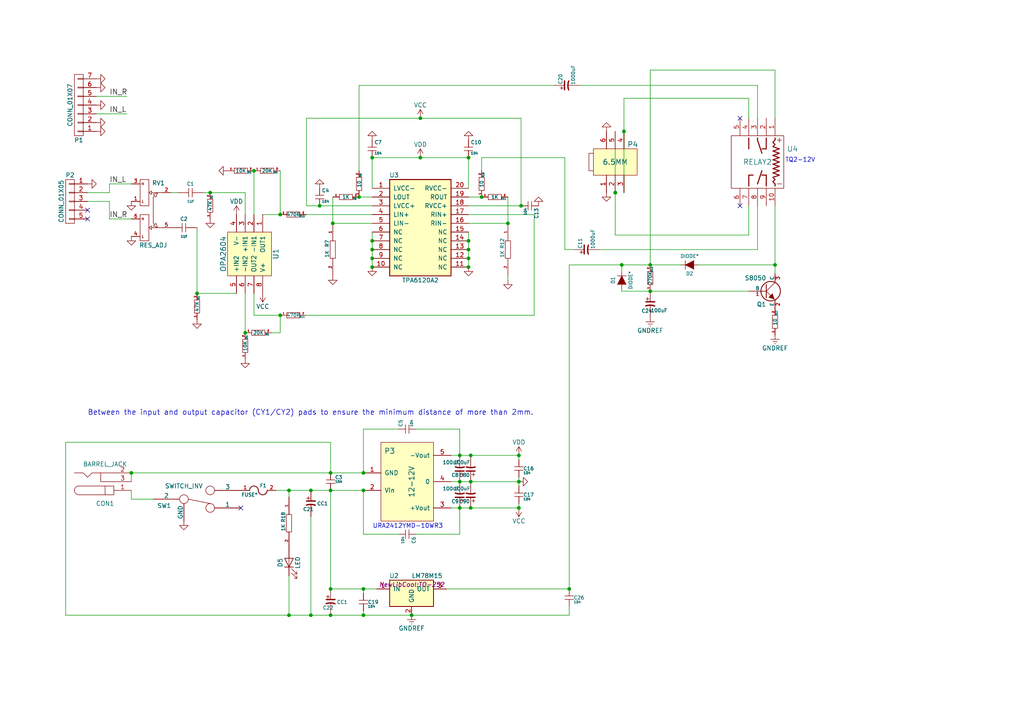
<source format=kicad_sch>
(kicad_sch (version 20211123) (generator eeschema)
  (paper "A4")
  (lib_symbols
    (symbol "Hifi-rescue:BARREL_JACK" (pin_names (offset 1.016))
      (property "Reference" "J" (at 0 4.953 0))
      (property "Value" "Hifi-rescue_BARREL_JACK" (at 0 -3.937 0))
      (symbol "BARREL_JACK_0_1"
        (arc (start -8.89 2.54) (mid -8.5309 1.6291) (end -7.62 1.27))
        (arc (start -7.62 3.81) (mid -8.5127 3.4327) (end -8.89 2.54))
        (polyline (pts (xy -7.62 1.27) (xy 0 1.27)))
        (polyline (pts (xy 0 3.81) (xy -7.62 3.81)))
        (polyline (pts (xy 2.54 0) (xy -1.27 0) (xy -1.27 -2.54)))
        (polyline (pts (xy 2.54 -2.54) (xy -3.81 -2.54) (xy -5.08 -1.27) (xy -6.35 -2.54) (xy -8.89 -2.54)))
        (rectangle (start 2.54 3.81) (end 0 1.27))
      )
      (symbol "BARREL_JACK_1_1"
        (pin passive line (at 7.62 2.54 180) (length 5.08) (name "~") (number "1"))
        (pin passive line (at 7.62 -2.54 180) (length 5.08) (name "~") (number "2"))
        (pin passive line (at 7.62 0 180) (length 5.08) (name "~") (number "3"))
      )
    )
    (symbol "Hifi-rescue:CONN_01X05" (pin_names (offset 1.016) hide)
      (property "Reference" "J" (at 0 7.62 0))
      (property "Value" "Hifi-rescue_CONN_01X05" (at 2.54 0 90))
      (symbol "CONN_01X05_0_1"
        (rectangle (start -1.27 -4.953) (end 0.254 -5.207))
        (rectangle (start -1.27 -2.413) (end 0.254 -2.667))
        (rectangle (start -1.27 0.127) (end 0.254 -0.127))
        (rectangle (start -1.27 2.667) (end 0.254 2.413))
        (rectangle (start -1.27 5.207) (end 0.254 4.953))
        (rectangle (start -1.27 6.35) (end 1.27 -6.35))
      )
      (symbol "CONN_01X05_1_1"
        (pin passive line (at -5.08 5.08 0) (length 3.81) (name "P1") (number "1"))
        (pin passive line (at -5.08 2.54 0) (length 3.81) (name "P2") (number "2"))
        (pin passive line (at -5.08 0 0) (length 3.81) (name "P3") (number "3"))
        (pin passive line (at -5.08 -2.54 0) (length 3.81) (name "P4") (number "4"))
        (pin passive line (at -5.08 -5.08 0) (length 3.81) (name "P5") (number "5"))
      )
    )
    (symbol "Hifi-rescue:CONN_01X07" (pin_names (offset 1.016) hide)
      (property "Reference" "J" (at 0 10.16 0))
      (property "Value" "Hifi-rescue_CONN_01X07" (at 2.54 0 90))
      (symbol "CONN_01X07_0_1"
        (rectangle (start -1.27 -8.89) (end 1.27 8.89))
        (rectangle (start -1.27 -7.493) (end 0.254 -7.747))
        (rectangle (start -1.27 -4.953) (end 0.254 -5.207))
        (rectangle (start -1.27 -2.413) (end 0.254 -2.667))
        (rectangle (start -1.27 0.127) (end 0.254 -0.127))
        (rectangle (start -1.27 2.667) (end 0.254 2.413))
        (rectangle (start -1.27 5.207) (end 0.254 4.953))
        (rectangle (start -1.27 7.747) (end 0.254 7.493))
      )
      (symbol "CONN_01X07_1_1"
        (pin passive line (at -5.08 7.62 0) (length 3.81) (name "P1") (number "1"))
        (pin passive line (at -5.08 5.08 0) (length 3.81) (name "P2") (number "2"))
        (pin passive line (at -5.08 2.54 0) (length 3.81) (name "P3") (number "3"))
        (pin passive line (at -5.08 0 0) (length 3.81) (name "P4") (number "4"))
        (pin passive line (at -5.08 -2.54 0) (length 3.81) (name "P5") (number "5"))
        (pin passive line (at -5.08 -5.08 0) (length 3.81) (name "P6") (number "6"))
        (pin passive line (at -5.08 -7.62 0) (length 3.81) (name "P7") (number "7"))
      )
    )
    (symbol "Hifi-rescue:LM78M05CT" (pin_names (offset 1.016))
      (property "Reference" "U" (at -5.08 5.08 0))
      (property "Value" "Hifi-rescue_LM78M05CT" (at 0 5.08 0))
      (symbol "LM78M05CT_0_1"
        (rectangle (start -6.35 3.81) (end 6.35 -3.81) (stroke (width 0.254)) (fill (type background)))
      )
      (symbol "LM78M05CT_1_1"
        (pin input line (at -10.16 1.27 0) (length 3.81) (name "IN") (number "1"))
        (pin power_in line (at 0 -6.35 90) (length 2.54) (name "GND") (number "2"))
        (pin power_out line (at 10.16 1.27 180) (length 3.81) (name "OUT") (number "3"))
      )
    )
    (symbol "Hifi-rescue:SWITCH_INV" (pin_numbers hide) (pin_names (offset 0))
      (property "Reference" "SW" (at -5.08 3.81 0))
      (property "Value" "Hifi-rescue_SWITCH_INV" (at -3.81 -3.81 0))
      (symbol "SWITCH_INV_0_0"
        (circle (center -3.81 0) (radius 1.27))
        (circle (center 3.81 -2.54) (radius 1.27))
      )
      (symbol "SWITCH_INV_0_1"
        (polyline (pts (xy -2.54 0) (xy 3.81 1.27)))
        (circle (center 3.81 2.54) (radius 1.27))
      )
      (symbol "SWITCH_INV_1_1"
        (pin input line (at -3.81 6.35 270) (length 5.08) (name "GND") (number "0"))
        (pin passive line (at 12.7 2.54 180) (length 7.62) (name "1") (number "1"))
        (pin passive line (at -12.7 0 0) (length 7.62) (name "2") (number "2"))
        (pin passive line (at 12.7 -2.54 180) (length 7.62) (name "3") (number "3"))
      )
    )
    (symbol "LibCool:12-12V" (pin_names (offset 1.016))
      (property "Reference" "P" (at -5.08 12.7 0))
      (property "Value" "LibCool_12-12V" (at 0 -12.7 0))
      (symbol "12-12V_0_1"
        (rectangle (start -7.62 -11.43) (end 7.62 11.43) (fill (type background)))
      )
      (symbol "12-12V_1_1"
        (pin output line (at -12.7 2.54 0) (length 5.08) (name "GND") (number "1"))
        (pin input line (at -12.7 -2.54 0) (length 5.08) (name "Vin") (number "2"))
        (pin input line (at 12.7 -7.62 180) (length 5.08) (name "+Vout") (number "3"))
        (pin input line (at 12.7 0 180) (length 5.08) (name "0") (number "4"))
        (pin input line (at 12.7 7.62 180) (length 5.08) (name "-Vout") (number "5"))
      )
    )
    (symbol "LibCool:6.5MM" (pin_names (offset 1.016))
      (property "Reference" "P4" (at -5.08 -5.08 0))
      (property "Value" "6.5MM" (at 0 0 0))
      (symbol "6.5MM_0_1"
        (rectangle (start -6.35 -3.81) (end 6.35 3.81) (fill (type background)))
        (polyline (pts (xy 6.35 2.54) (xy 7.62 2.54) (xy 7.62 -2.54) (xy 6.35 -2.54)))
      )
      (symbol "6.5MM_1_1"
        (pin input line (at 2.54 8.89 270) (length 5.08) (name "~") (number "1"))
        (pin input line (at 0 8.89 270) (length 5.08) (name "~") (number "2"))
        (pin input line (at -2.54 8.89 270) (length 5.08) (name "~") (number "3"))
        (pin input line (at -2.54 -8.89 90) (length 5.08) (name "~") (number "4"))
        (pin input line (at 0 -8.89 90) (length 5.08) (name "~") (number "5"))
        (pin input line (at 2.54 -8.89 90) (length 5.08) (name "~") (number "6"))
      )
    )
    (symbol "LibCool:C(M)" (pin_numbers hide) (pin_names (offset 0.254))
      (property "Reference" "C" (at -2.667 0.889 0))
      (property "Value" "LibCool_C(M)" (at 0.762 0.889 0))
      (symbol "C(M)_0_1"
        (polyline (pts (xy -0.508 1.27) (xy -0.508 -1.27)))
        (polyline (pts (xy 0.508 1.27) (xy 0.508 -1.27)))
      )
      (symbol "C(M)_1_1"
        (pin passive line (at -3.81 0 0) (length 3.302) (name "~") (number "1"))
        (pin passive line (at 3.81 0 180) (length 3.302) (name "~") (number "2"))
      )
    )
    (symbol "LibCool:C(MM)" (pin_numbers hide) (pin_names (offset 0.254))
      (property "Reference" "C" (at -1.27 2.54 0))
      (property "Value" "LibCool_C(MM)" (at -2.54 -2.54 0))
      (symbol "C(MM)_0_1"
        (polyline (pts (xy -0.508 1.27) (xy -0.508 -1.27)))
        (polyline (pts (xy 0.508 1.27) (xy 0.508 -1.27)))
      )
      (symbol "C(MM)_1_1"
        (pin passive line (at -2.54 0 0) (length 2.032) (name "~") (number "1"))
        (pin passive line (at 2.54 0 180) (length 2.032) (name "~") (number "2"))
      )
    )
    (symbol "LibCool:CC1" (pin_numbers hide) (pin_names (offset 0.254) hide)
      (property "Reference" "C" (at 0.254 1.905 0))
      (property "Value" "LibCool_CC1" (at 0.127 -1.778 0))
      (symbol "CC1_0_0"
        (text "+" (at -0.762 1.651 0) (effects (font (size 1.27 1.27))))
      )
      (symbol "CC1_0_1"
        (polyline (pts (xy -1.2446 0.7366) (xy 1.2954 0.7366) (xy 1.2954 0.7366)) (stroke (width 0.381)))
        (arc (start 1.27 -0.4826) (mid -0.0106 -0.2575) (end -1.2954 -0.4572) (stroke (width 0.381)))
      )
      (symbol "CC1_1_1"
        (pin passive line (at 0 3.81 270) (length 3.048) (name "~") (number "1"))
        (pin passive line (at 0 -3.81 90) (length 3.556) (name "~") (number "2"))
      )
    )
    (symbol "LibCool:DIODE*" (pin_numbers hide) (pin_names (offset 1.016) hide)
      (property "Reference" "D" (at 0 2.54 0))
      (property "Value" "LibCool_DIODE*" (at 0 -2.54 0))
      (symbol "DIODE*_0_1"
        (polyline (pts (xy 1.27 1.27) (xy 1.27 -1.27)) (stroke (width 0.1524)))
        (polyline (pts (xy -1.27 1.27) (xy 1.27 0) (xy -1.27 -1.27)) (fill (type outline)))
      )
      (symbol "DIODE*_1_1"
        (pin passive line (at -2.54 0 0) (length 1.27) (name "A") (number "1"))
        (pin passive line (at 2.54 0 180) (length 1.27) (name "K") (number "2"))
      )
    )
    (symbol "LibCool:FUSE*" (pin_names (offset 0.254))
      (property "Reference" "F" (at 2.54 1.27 0))
      (property "Value" "LibCool_FUSE*" (at -2.54 -1.27 0))
      (symbol "FUSE*_0_1"
        (arc (start 0 0) (mid -1.27 1.27) (end -2.54 0) (stroke (width 0.254)))
        (arc (start 0 0) (mid 1.27 -1.27) (end 2.54 0) (stroke (width 0.254)))
      )
      (symbol "FUSE*_1_1"
        (pin input line (at -5.08 0 0) (length 2.54) (name "~") (number "1"))
        (pin input line (at 5.08 0 180) (length 2.54) (name "~") (number "2"))
      )
    )
    (symbol "LibCool:NPN(new)" (pin_names (offset 0))
      (property "Reference" "Q" (at 0 -3.81 0))
      (property "Value" "LibCool_NPN(new)" (at 0 3.81 0))
      (symbol "NPN(new)_0_1"
        (polyline (pts (xy 0 0) (xy 2.54 2.54)))
        (polyline (pts (xy 0 1.905) (xy 0 -1.905) (xy 0 -1.905)) (stroke (width 0.254)))
        (polyline (pts (xy 1.27 -1.27) (xy 0 0) (xy 0 0)))
        (polyline (pts (xy 2.286 -2.286) (xy 2.54 -2.54) (xy 2.54 -2.54)))
        (polyline (pts (xy 2.286 -2.286) (xy 1.778 -0.762) (xy 0.762 -1.778) (xy 2.286 -2.286) (xy 2.286 -2.286)) (fill (type outline)))
        (circle (center 1.27 0) (radius 2.8194) (stroke (width 0.254)))
      )
      (symbol "NPN(new)_1_1"
        (pin input line (at -5.08 0 0) (length 5.08) (name "B") (number "1"))
        (pin passive line (at 2.54 -5.08 90) (length 2.54) (name "E") (number "2"))
        (pin passive line (at 2.54 5.08 270) (length 2.54) (name "C") (number "3"))
      )
    )
    (symbol "LibCool:OPA2604" (pin_names (offset 1.016))
      (property "Reference" "U" (at 0 7.62 0))
      (property "Value" "LibCool_OPA2604" (at 0 -7.62 0))
      (symbol "OPA2604_0_1"
        (rectangle (start -6.35 6.35) (end 6.35 -6.35) (fill (type background)))
      )
      (symbol "OPA2604_1_1"
        (pin output line (at -11.43 3.81 0) (length 5.08) (name "OUT1") (number "1"))
        (pin input line (at -11.43 1.27 0) (length 5.08) (name "-IN1") (number "2"))
        (pin input line (at -11.43 -1.27 0) (length 5.08) (name "+IN1") (number "3"))
        (pin input line (at -11.43 -3.81 0) (length 5.08) (name "V-") (number "4"))
        (pin input line (at 11.43 -3.81 180) (length 5.08) (name "+IN2") (number "5"))
        (pin input line (at 11.43 -1.27 180) (length 5.08) (name "-IN2") (number "6"))
        (pin output line (at 11.43 1.27 180) (length 5.08) (name "OUT2") (number "7"))
        (pin input line (at 11.43 3.81 180) (length 5.08) (name "V+") (number "8"))
      )
    )
    (symbol "LibCool:RELAY2" (pin_names (offset 1.016))
      (property "Reference" "U" (at -10.16 3.81 0))
      (property "Value" "LibCool_RELAY2" (at 0 0 0))
      (symbol "RELAY2_0_1"
        (rectangle (start -7.62 7.62) (end 7.62 -7.62))
        (polyline (pts (xy -6.985 -6.35) (xy -5.715 -6.35)))
        (polyline (pts (xy -6.985 6.35) (xy -5.715 6.35)))
        (polyline (pts (xy -6.35 6.985) (xy -6.35 5.715)))
        (polyline (pts (xy -5.08 -6.35) (xy -5.08 -6.985)) (stroke (width 0.3048)))
        (polyline (pts (xy -5.08 6.35) (xy -5.08 6.985)) (stroke (width 0.3048)))
        (polyline (pts (xy -2.54 -6.35) (xy -2.54 -6.985)) (stroke (width 0.3048)))
        (polyline (pts (xy -2.54 -6.35) (xy -2.54 -3.81)) (stroke (width 0.3048)))
        (polyline (pts (xy -2.54 6.35) (xy -2.54 6.985)) (stroke (width 0.3048)))
        (polyline (pts (xy -1.27 -3.81) (xy -2.54 -3.81)) (stroke (width 0.3048)))
        (polyline (pts (xy -1.27 -2.54) (xy 0 -6.35)) (stroke (width 0.3048)))
        (polyline (pts (xy 0 -6.35) (xy -1.27 -2.54)))
        (polyline (pts (xy 0 -6.35) (xy -1.27 -2.54)))
        (polyline (pts (xy 0 6.35) (xy -1.27 2.54)) (stroke (width 0.3048)))
        (polyline (pts (xy 0 6.35) (xy 0 6.985)) (stroke (width 0.3048)))
        (polyline (pts (xy 2.54 -6.35) (xy 2.54 -6.985)) (stroke (width 0.3048)))
        (polyline (pts (xy 2.54 3.81) (xy 2.54 6.35)) (stroke (width 0.3048)))
        (polyline (pts (xy 2.54 6.35) (xy 2.54 6.985)) (stroke (width 0.3048)))
        (polyline (pts (xy -2.54 -6.35) (xy -2.54 -3.81) (xy -1.27 -3.81)))
        (polyline (pts (xy -2.54 -6.35) (xy -2.54 -3.81) (xy -1.27 -3.81)))
        (polyline (pts (xy -2.54 6.35) (xy -2.54 3.81) (xy -1.27 3.81)) (stroke (width 0.3048)))
        (polyline (pts (xy 2.54 -6.35) (xy 2.54 -3.81) (xy 1.27 -3.81)))
        (polyline (pts (xy 2.54 -6.35) (xy 2.54 -3.81) (xy 1.27 -3.81)))
        (polyline (pts (xy 2.54 -6.35) (xy 2.54 -3.81) (xy 1.27 -3.81)) (stroke (width 0.3048)))
        (polyline (pts (xy -5.08 6.35) (xy -4.445 5.715) (xy -5.08 5.08) (xy -4.445 4.445) (xy -6.35 3.81) (xy -4.445 3.175) (xy -6.35 2.54) (xy -4.445 1.905) (xy -6.35 1.27) (xy -4.445 0.635) (xy -6.35 0) (xy -4.445 -0.635) (xy -6.35 -1.27) (xy -4.445 -1.905) (xy -6.35 -2.54) (xy -4.445 -3.175) (xy -6.35 -3.81) (xy -4.445 -4.445) (xy -5.08 -5.08) (xy -4.445 -5.715) (xy -5.08 -6.35)) (stroke (width 0.3048)))
      )
      (symbol "RELAY2_1_1"
        (pin output line (at -5.08 12.7 270) (length 5.08) (name "~") (number "1"))
        (pin input line (at -5.08 -12.7 90) (length 5.08) (name "~") (number "10"))
        (pin output line (at -2.54 12.7 270) (length 5.08) (name "~") (number "2"))
        (pin output line (at 0 12.7 270) (length 5.08) (name "~") (number "3"))
        (pin output line (at 2.54 12.7 270) (length 5.08) (name "~") (number "4"))
        (pin output line (at 5.08 12.7 270) (length 5.08) (name "~") (number "5"))
        (pin input line (at 5.08 -12.7 90) (length 5.08) (name "~") (number "6"))
        (pin input line (at 2.54 -12.7 90) (length 5.08) (name "~") (number "7"))
        (pin input line (at 0 -12.7 90) (length 5.08) (name "~") (number "8"))
        (pin input line (at -2.54 -12.7 90) (length 5.08) (name "~") (number "9"))
      )
    )
    (symbol "LibCool:RES" (pin_names (offset 1.016))
      (property "Reference" "R" (at -1.778 -1.651 0))
      (property "Value" "LibCool_RES" (at 1.27 -1.651 0))
      (symbol "RES_0_1"
        (rectangle (start -2.54 0.762) (end 2.54 -0.762))
      )
      (symbol "RES_1_1"
        (pin input line (at -7.62 0 0) (length 5.08) (name "~") (number "1"))
        (pin input line (at 7.62 0 180) (length 5.08) (name "~") (number "2"))
      )
    )
    (symbol "LibCool:RES(M)" (pin_names (offset 1.016))
      (property "Reference" "R" (at 0 1.905 0))
      (property "Value" "LibCool_RES(M)" (at 0 -1.905 0))
      (symbol "RES(M)_0_1"
        (rectangle (start -1.905 0.762) (end 1.905 -0.762))
      )
      (symbol "RES(M)_1_1"
        (pin input line (at -3.81 0 0) (length 1.905) (name "~") (number "1"))
        (pin input line (at 3.81 0 180) (length 1.905) (name "~") (number "2"))
      )
    )
    (symbol "LibCool:RES_ADJ" (pin_names (offset 1.016) hide)
      (property "Reference" "RV" (at 4.064 7.874 0))
      (property "Value" "LibCool_RES_ADJ" (at 7.366 -7.62 0))
      (symbol "RES_ADJ_0_0"
        (text "H" (at -0.508 -2.54 0) (effects (font (size 0.762 0.762))))
        (text "H" (at -0.508 7.62 0) (effects (font (size 0.762 0.762))))
        (text "L" (at -0.508 -7.62 0) (effects (font (size 0.762 0.762))))
        (text "L" (at -0.508 2.54 0) (effects (font (size 0.762 0.762))))
      )
      (symbol "RES_ADJ_0_1"
        (rectangle (start -1.27 -1.27) (end 1.27 -8.89))
        (rectangle (start -1.27 8.89) (end 1.27 1.27))
        (polyline (pts (xy 5.08 5.08) (xy 2.032 5.08) (xy 2.032 5.08) (xy 2.032 5.08)))
        (polyline (pts (xy 2.032 -5.588) (xy 2.032 -4.572) (xy 1.27 -5.08) (xy 2.032 -5.588) (xy 2.032 -5.588)))
        (polyline (pts (xy 3.81 -5.08) (xy 2.54 -4.572) (xy 3.302 -3.81) (xy 3.81 -5.08) (xy 3.81 -5.08)))
        (polyline (pts (xy 5.08 -5.08) (xy 2.032 -5.08) (xy 2.032 -5.08) (xy 2.032 -5.08) (xy 2.032 -5.08)))
        (polyline (pts (xy 2.032 4.572) (xy 2.032 5.588) (xy 1.27 5.08) (xy 2.032 4.572) (xy 2.032 4.572) (xy 2.032 4.572)))
        (polyline (pts (xy 2.794 4.064) (xy 2.54 3.81) (xy 2.54 -3.81) (xy 2.794 -4.064) (xy 2.794 -4.064) (xy 2.794 -4.064)))
        (polyline (pts (xy 3.81 5.08) (xy 2.54 4.572) (xy 3.302 3.81) (xy 3.81 5.08) (xy 3.81 5.08) (xy 3.81 5.08)))
      )
      (symbol "RES_ADJ_1_1"
        (pin passive line (at -3.81 2.54 0) (length 2.54) (name "1") (number "1"))
        (pin passive line (at 7.62 5.08 180) (length 2.54) (name "2") (number "2"))
        (pin passive line (at -3.81 7.62 0) (length 2.54) (name "3") (number "3"))
        (pin passive line (at -3.81 -7.62 0) (length 2.54) (name "4") (number "4"))
        (pin passive line (at 7.62 -5.08 180) (length 2.54) (name "~") (number "5"))
        (pin passive line (at -3.81 -2.54 0) (length 2.54) (name "6") (number "6"))
      )
    )
    (symbol "LibCool:TPA6120A2" (pin_names (offset 1.016))
      (property "Reference" "U" (at -7.62 15.24 0))
      (property "Value" "LibCool_TPA6120A2" (at 0 -15.24 0))
      (symbol "TPA6120A2_0_1"
        (rectangle (start -8.89 13.97) (end 8.89 -13.97) (stroke (width 0.3048)) (fill (type background)))
      )
      (symbol "TPA6120A2_1_1"
        (pin input line (at -13.97 11.43 0) (length 5.08) (name "LVCC-") (number "1"))
        (pin input line (at -13.97 -11.43 0) (length 5.08) (name "NC") (number "10"))
        (pin input line (at 13.97 -11.43 180) (length 5.08) (name "NC") (number "11"))
        (pin input line (at 13.97 -8.89 180) (length 5.08) (name "NC") (number "12"))
        (pin input line (at 13.97 -6.35 180) (length 5.08) (name "NC") (number "13"))
        (pin input line (at 13.97 -3.81 180) (length 5.08) (name "NC") (number "14"))
        (pin input line (at 13.97 -1.27 180) (length 5.08) (name "NC") (number "15"))
        (pin input line (at 13.97 1.27 180) (length 5.08) (name "RIN-") (number "16"))
        (pin input line (at 13.97 3.81 180) (length 5.08) (name "RIN+") (number "17"))
        (pin input line (at 13.97 6.35 180) (length 5.08) (name "RVCC+") (number "18"))
        (pin input line (at 13.97 8.89 180) (length 5.08) (name "ROUT") (number "19"))
        (pin input line (at -13.97 8.89 0) (length 5.08) (name "LOUT") (number "2"))
        (pin input line (at 13.97 11.43 180) (length 5.08) (name "RVCC-") (number "20"))
        (pin input line (at -13.97 6.35 0) (length 5.08) (name "LVCC+") (number "3"))
        (pin input line (at -13.97 3.81 0) (length 5.08) (name "LIN+") (number "4"))
        (pin input line (at -13.97 1.27 0) (length 5.08) (name "LIN-") (number "5"))
        (pin input line (at -13.97 -1.27 0) (length 5.08) (name "NC") (number "6"))
        (pin input line (at -13.97 -3.81 0) (length 5.08) (name "NC") (number "7"))
        (pin input line (at -13.97 -6.35 0) (length 5.08) (name "NC") (number "8"))
        (pin input line (at -13.97 -8.89 0) (length 5.08) (name "NC") (number "9"))
      )
    )
    (symbol "device:LED" (pin_numbers hide) (pin_names (offset 1.016) hide)
      (property "Reference" "D" (at 0 2.54 0))
      (property "Value" "device_LED" (at 0 -2.54 0))
      (symbol "LED_0_1"
        (polyline (pts (xy -1.27 -1.27) (xy -1.27 1.27)) (stroke (width 0.2032)))
        (polyline (pts (xy -1.27 0) (xy 1.27 0)))
        (polyline (pts (xy 1.27 -1.27) (xy 1.27 1.27) (xy -1.27 0) (xy 1.27 -1.27)) (stroke (width 0.2032)))
        (polyline (pts (xy -3.048 -0.762) (xy -4.572 -2.286) (xy -3.81 -2.286) (xy -4.572 -2.286) (xy -4.572 -1.524)))
        (polyline (pts (xy -1.778 -0.762) (xy -3.302 -2.286) (xy -2.54 -2.286) (xy -3.302 -2.286) (xy -3.302 -1.524)))
      )
      (symbol "LED_1_1"
        (pin passive line (at -3.81 0 0) (length 2.54) (name "K") (number "1"))
        (pin passive line (at 3.81 0 180) (length 2.54) (name "A") (number "2"))
      )
    )
    (symbol "power:GND" (power) (pin_names (offset 0))
      (property "Value" "GND" (at 0 -3.81 0))
      (symbol "GND_0_1"
        (polyline (pts (xy 0 0) (xy 0 -1.27) (xy 1.27 -1.27) (xy 0 -2.54) (xy -1.27 -1.27) (xy 0 -1.27)))
      )
      (symbol "GND_1_1"
        (pin power_in line (at 0 0 270) (length 0) hide (name "GND") (number "1"))
      )
    )
    (symbol "power:GNDREF" (power) (pin_names (offset 0))
      (property "Value" "GNDREF" (at 0 -3.81 0))
      (symbol "GNDREF_0_1"
        (polyline (pts (xy -0.635 -1.905) (xy 0.635 -1.905)))
        (polyline (pts (xy -0.127 -2.54) (xy 0.127 -2.54)))
        (polyline (pts (xy 0 -1.27) (xy 0 0)))
        (polyline (pts (xy 1.27 -1.27) (xy -1.27 -1.27)))
      )
      (symbol "GNDREF_1_1"
        (pin power_in line (at 0 0 270) (length 0) hide (name "GNDREF") (number "1"))
      )
    )
    (symbol "power:VCC" (power) (pin_names (offset 0))
      (property "Value" "VCC" (at 0 3.81 0))
      (symbol "VCC_0_1"
        (polyline (pts (xy -0.762 1.27) (xy 0 2.54)))
        (polyline (pts (xy 0 0) (xy 0 2.54)))
        (polyline (pts (xy 0 2.54) (xy 0.762 1.27)))
      )
      (symbol "VCC_1_1"
        (pin power_in line (at 0 0 90) (length 0) hide (name "VCC") (number "1"))
      )
    )
    (symbol "power:VDD" (power) (pin_names (offset 0))
      (property "Value" "VDD" (at 0 3.81 0))
      (symbol "VDD_0_1"
        (polyline (pts (xy -0.762 1.27) (xy 0 2.54)))
        (polyline (pts (xy 0 0) (xy 0 2.54)))
        (polyline (pts (xy 0 2.54) (xy 0.762 1.27)))
      )
      (symbol "VDD_1_1"
        (pin power_in line (at 0 0 90) (length 0) hide (name "VDD") (number "1"))
      )
    )
  )
  (junction (at 95.885 137.16))
  (junction (at 92.71 59.69))
  (junction (at 180.975 38.1))
  (junction (at 135.89 69.85))
  (junction (at 165.1 170.815))
  (junction (at 136.525 139.7))
  (junction (at 90.17 178.435))
  (junction (at 107.95 77.47))
  (junction (at 178.435 55.88))
  (junction (at 121.92 45.72))
  (junction (at 105.41 137.16))
  (junction (at 71.12 96.52))
  (junction (at 96.52 64.77))
  (junction (at 83.82 142.24))
  (junction (at 133.35 132.08))
  (junction (at 135.89 74.93))
  (junction (at 180.34 76.835))
  (junction (at 95.885 170.815))
  (junction (at 121.92 34.29))
  (junction (at 150.495 139.7))
  (junction (at 60.96 55.88))
  (junction (at 90.17 142.24))
  (junction (at 38.1 137.16))
  (junction (at 147.32 64.77))
  (junction (at 105.41 178.435))
  (junction (at 105.41 142.24))
  (junction (at 135.89 45.72))
  (junction (at 107.95 45.72))
  (junction (at 224.79 76.835))
  (junction (at 81.28 91.44))
  (junction (at 178.4858 55.88))
  (junction (at 150.495 132.08))
  (junction (at 83.82 178.435))
  (junction (at 150.495 147.32))
  (junction (at 136.525 132.08))
  (junction (at 119.38 178.435))
  (junction (at 104.14 57.15))
  (junction (at 151.13 59.69))
  (junction (at 107.95 74.93))
  (junction (at 95.885 142.24))
  (junction (at 188.595 76.835))
  (junction (at 107.95 69.85))
  (junction (at 107.95 72.39))
  (junction (at 133.35 139.7))
  (junction (at 105.41 170.815))
  (junction (at 136.525 147.32))
  (junction (at 133.35 147.32))
  (junction (at 139.7 57.15))
  (junction (at 57.15 85.09))
  (junction (at 81.28 62.23))
  (junction (at 135.89 72.39))
  (junction (at 95.885 178.435))
  (junction (at 135.89 77.47))
  (junction (at 73.66 49.53))
  (junction (at 188.595 84.455))
  (no_connect (at 214.63 59.69))
  (no_connect (at 25.4 63.5))
  (no_connect (at 25.4 60.96))
  (no_connect (at 214.63 34.29))
  (no_connect (at 69.85 147.32))
  (wire (pts (xy 178.435 68.1736) (xy 178.435 55.88)))
  (wire (pts (xy 180.975 38.1) (xy 180.975 55.88)))
  (wire (pts (xy 163.83 72.39) (xy 166.37 72.39)))
  (wire (pts (xy 224.79 59.69) (xy 224.79 76.835)))
  (wire (pts (xy 19.05 128.27) (xy 19.05 178.435)))
  (wire (pts (xy 81.28 49.53) (xy 81.28 62.23)))
  (wire (pts (xy 107.95 45.72) (xy 121.92 45.72)))
  (wire (pts (xy 73.66 91.44) (xy 81.28 91.44)))
  (wire (pts (xy 96.52 57.15) (xy 96.52 64.77)))
  (wire (pts (xy 27.94 33.02) (xy 36.83 33.02)))
  (wire (pts (xy 105.41 142.24) (xy 95.885 142.24)))
  (wire (pts (xy 31.75 55.88) (xy 31.75 53.34)))
  (wire (pts (xy 71.12 55.88) (xy 71.12 62.23)))
  (wire (pts (xy 104.14 24.765) (xy 104.14 49.53)))
  (wire (pts (xy 150.495 138.43) (xy 150.495 139.7)))
  (wire (pts (xy 88.9 91.44) (xy 154.94 91.44)))
  (wire (pts (xy 135.89 67.31) (xy 135.89 69.85)))
  (wire (pts (xy 57.15 85.09) (xy 68.58 85.09)))
  (wire (pts (xy 81.28 91.44) (xy 81.28 96.52)))
  (wire (pts (xy 168.275 24.765) (xy 219.71 24.765)))
  (wire (pts (xy 202.565 76.835) (xy 224.79 76.835)))
  (wire (pts (xy 31.75 58.42) (xy 31.75 63.5)))
  (wire (pts (xy 95.885 142.24) (xy 95.885 170.815)))
  (wire (pts (xy 25.4 58.42) (xy 31.75 58.42)))
  (wire (pts (xy 133.35 147.32) (xy 136.525 147.32)))
  (wire (pts (xy 133.35 147.32) (xy 133.35 154.94)))
  (wire (pts (xy 107.95 69.85) (xy 107.95 72.39)))
  (wire (pts (xy 151.13 59.69) (xy 135.89 59.69)))
  (wire (pts (xy 217.17 34.29) (xy 217.17 28.4988)))
  (wire (pts (xy 95.885 137.16) (xy 95.885 128.27)))
  (wire (pts (xy 71.12 85.09) (xy 71.12 96.52)))
  (wire (pts (xy 147.32 80.01) (xy 147.32 81.28)))
  (wire (pts (xy 136.525 147.32) (xy 150.495 147.32)))
  (wire (pts (xy 31.75 63.5) (xy 38.1 63.5)))
  (wire (pts (xy 217.17 28.4988) (xy 180.975 28.4988)))
  (wire (pts (xy 90.17 149.86) (xy 90.17 178.435)))
  (wire (pts (xy 92.71 59.69) (xy 107.95 59.69)))
  (wire (pts (xy 105.41 170.815) (xy 109.22 170.815)))
  (wire (pts (xy 188.595 20.32) (xy 188.595 76.835)))
  (wire (pts (xy 105.41 177.165) (xy 105.41 178.435)))
  (wire (pts (xy 83.82 178.435) (xy 90.17 178.435)))
  (wire (pts (xy 80.01 142.24) (xy 83.82 142.24)))
  (wire (pts (xy 154.94 62.23) (xy 135.89 62.23)))
  (wire (pts (xy 135.89 69.85) (xy 135.89 72.39)))
  (wire (pts (xy 160.655 24.765) (xy 104.14 24.765)))
  (wire (pts (xy 188.595 76.835) (xy 197.485 76.835)))
  (wire (pts (xy 31.75 53.34) (xy 38.1 53.34)))
  (wire (pts (xy 130.81 147.32) (xy 133.35 147.32)))
  (wire (pts (xy 105.41 178.435) (xy 119.38 178.435)))
  (wire (pts (xy 95.885 128.27) (xy 19.05 128.27)))
  (wire (pts (xy 95.885 137.16) (xy 105.41 137.16)))
  (wire (pts (xy 107.95 74.93) (xy 107.95 77.47)))
  (wire (pts (xy 180.34 83.82) (xy 180.34 84.455)))
  (wire (pts (xy 136.525 139.7) (xy 150.495 139.7)))
  (wire (pts (xy 224.79 20.32) (xy 188.595 20.32)))
  (wire (pts (xy 107.95 72.39) (xy 107.95 74.93)))
  (wire (pts (xy 38.1 142.24) (xy 38.1 144.78)))
  (wire (pts (xy 178.435 55.88) (xy 178.4858 55.88)))
  (wire (pts (xy 154.94 62.23) (xy 154.94 91.44)))
  (wire (pts (xy 150.495 147.32) (xy 150.495 146.05)))
  (wire (pts (xy 73.66 49.53) (xy 73.66 62.23)))
  (wire (pts (xy 133.35 154.94) (xy 120.65 154.94)))
  (wire (pts (xy 180.34 84.455) (xy 188.595 84.455)))
  (wire (pts (xy 121.92 34.29) (xy 151.13 34.29)))
  (wire (pts (xy 59.055 55.88) (xy 60.96 55.88)))
  (wire (pts (xy 88.9 59.69) (xy 88.9 34.29)))
  (wire (pts (xy 139.7 45.72) (xy 163.83 45.72)))
  (wire (pts (xy 25.4 55.88) (xy 31.75 55.88)))
  (wire (pts (xy 19.05 178.435) (xy 83.82 178.435)))
  (wire (pts (xy 38.1 144.78) (xy 44.45 144.78)))
  (wire (pts (xy 150.495 132.08) (xy 150.495 133.35)))
  (wire (pts (xy 219.71 72.39) (xy 219.71 59.69)))
  (wire (pts (xy 83.82 142.24) (xy 90.17 142.24)))
  (wire (pts (xy 136.525 132.08) (xy 150.495 132.08)))
  (wire (pts (xy 96.52 64.77) (xy 107.95 64.77)))
  (wire (pts (xy 133.35 124.46) (xy 133.35 132.08)))
  (wire (pts (xy 73.66 85.09) (xy 73.66 91.44)))
  (wire (pts (xy 95.885 178.435) (xy 105.41 178.435)))
  (wire (pts (xy 133.35 139.7) (xy 136.525 139.7)))
  (wire (pts (xy 120.65 124.46) (xy 133.35 124.46)))
  (wire (pts (xy 133.35 132.08) (xy 136.525 132.08)))
  (wire (pts (xy 105.41 172.085) (xy 105.41 170.815)))
  (wire (pts (xy 76.2 62.23) (xy 81.28 62.23)))
  (wire (pts (xy 139.7 49.53) (xy 139.7 45.72)))
  (wire (pts (xy 88.9 34.29) (xy 121.92 34.29)))
  (wire (pts (xy 165.1 178.435) (xy 165.1 175.895)))
  (wire (pts (xy 163.83 45.72) (xy 163.83 72.39)))
  (wire (pts (xy 135.89 74.93) (xy 135.89 77.47)))
  (wire (pts (xy 88.9 59.69) (xy 92.71 59.69)))
  (wire (pts (xy 151.13 34.29) (xy 151.13 59.69)))
  (wire (pts (xy 180.34 76.835) (xy 188.595 76.835)))
  (wire (pts (xy 107.95 54.61) (xy 107.95 45.72)))
  (wire (pts (xy 135.89 64.77) (xy 147.32 64.77)))
  (wire (pts (xy 135.89 45.72) (xy 135.89 54.61)))
  (wire (pts (xy 217.17 59.69) (xy 217.17 68.1736)))
  (wire (pts (xy 95.885 170.815) (xy 105.41 170.815)))
  (wire (pts (xy 83.82 144.145) (xy 83.82 142.24)))
  (wire (pts (xy 188.595 84.455) (xy 217.17 84.455)))
  (wire (pts (xy 105.41 124.46) (xy 115.57 124.46)))
  (wire (pts (xy 165.1 170.815) (xy 165.1 76.835)))
  (wire (pts (xy 81.28 96.52) (xy 78.74 96.52)))
  (wire (pts (xy 135.89 72.39) (xy 135.89 74.93)))
  (wire (pts (xy 224.79 34.29) (xy 224.79 20.32)))
  (wire (pts (xy 135.89 57.15) (xy 139.7 57.15)))
  (wire (pts (xy 38.1 139.7) (xy 38.1 137.16)))
  (wire (pts (xy 60.96 55.88) (xy 71.12 55.88)))
  (wire (pts (xy 129.54 170.815) (xy 165.1 170.815)))
  (wire (pts (xy 150.495 139.7) (xy 150.495 140.97)))
  (wire (pts (xy 130.81 132.08) (xy 133.35 132.08)))
  (wire (pts (xy 107.95 67.31) (xy 107.95 69.85)))
  (wire (pts (xy 105.41 154.94) (xy 105.41 142.24)))
  (wire (pts (xy 119.38 178.435) (xy 165.1 178.435)))
  (wire (pts (xy 130.81 139.7) (xy 133.35 139.7)))
  (wire (pts (xy 217.17 68.1736) (xy 178.435 68.1736)))
  (wire (pts (xy 165.1 76.835) (xy 180.34 76.835)))
  (wire (pts (xy 180.975 28.4988) (xy 180.975 38.1)))
  (wire (pts (xy 105.41 137.16) (xy 105.41 124.46)))
  (wire (pts (xy 27.94 27.94) (xy 36.83 27.94)))
  (wire (pts (xy 224.79 76.835) (xy 224.79 79.375)))
  (wire (pts (xy 115.57 154.94) (xy 105.41 154.94)))
  (wire (pts (xy 107.95 57.15) (xy 104.14 57.15)))
  (wire (pts (xy 219.71 24.765) (xy 219.71 34.29)))
  (wire (pts (xy 173.99 72.39) (xy 219.71 72.39)))
  (wire (pts (xy 38.1 137.16) (xy 95.885 137.16)))
  (wire (pts (xy 83.82 167.005) (xy 83.82 178.435)))
  (wire (pts (xy 147.32 64.77) (xy 147.32 57.15)))
  (wire (pts (xy 88.9 62.23) (xy 107.95 62.23)))
  (wire (pts (xy 180.34 78.74) (xy 180.34 76.835)))
  (wire (pts (xy 90.17 142.24) (xy 95.885 142.24)))
  (wire (pts (xy 90.17 178.435) (xy 95.885 178.435)))
  (wire (pts (xy 57.15 66.04) (xy 57.15 85.09)))
  (wire (pts (xy 178.435 38.1) (xy 178.435 55.88)))
  (wire (pts (xy 121.92 45.72) (xy 135.89 45.72)))
  (wire (pts (xy 49.53 55.88) (xy 51.435 55.88)))
  (text "URA2412YMD-10WR3" (at 108.077 153.416 0) (effects (font (size 1.27 1.27)) (justify left bottom)))
  (text "TQ2-12V" (at 227.711 47.244 0) (effects (font (size 1.27 1.27)) (justify left bottom)))
  (text "Between the input and output capacitor (CY1/CY2) pads to ensure the minimum distance of more than 2mm." (at 25.4 120.65 0) (effects (font (size 1.524 1.524)) (justify left bottom)))
  (label "IN_L" (at 31.75 33.02 0) (effects (font (size 1.524 1.524))))
  (label "IN_R" (at 31.75 27.94 0) (effects (font (size 1.524 1.524))))
  (label "IN_L" (at 31.75 53.34 0) (effects (font (size 1.524 1.524))))
  (label "IN_R" (at 31.75 63.5 0) (effects (font (size 1.524 1.524))))
  (symbol (lib_id "LibCool:TPA6120A2") (at 121.92 66.04 0) (unit 1)
    (property "Reference" "U3" (at 114.3 50.8 0))
    (property "Value" "TPA6120A2" (at 121.92 81.28 0))
    (property "Footprint" "Housings_SOIC:SOIC-20_7.5x12.8mm_Pitch1.27mm" (effects hide))
  )
  (symbol (lib_id "power:GND") (at 38.1 58.42 0) (unit 1)
    (property "Reference" "#PWR01" (effects hide))
    (property "Value" "GND" (effects hide))
  )
  (symbol (lib_id "power:GND") (at 38.1 68.58 0) (unit 1)
    (property "Reference" "#PWR02" (effects hide))
    (property "Value" "GND" (effects hide))
  )
  (symbol (lib_id "power:GND") (at 25.4 53.34 90) (unit 1)
    (property "Reference" "#PWR03" (effects hide))
    (property "Value" "GND" (effects hide))
  )
  (symbol (lib_id "LibCool:OPA2604") (at 72.39 73.66 270) (unit 1)
    (property "Reference" "U1" (at 80.01 73.66 0) (effects (font (size 1.524 1.524))))
    (property "Value" "OPA2604" (at 64.77 73.66 0) (effects (font (size 1.524 1.524))))
    (property "Footprint" "NewLibCool:DIP-8_NEW" (effects hide))
  )
  (symbol (lib_id "LibCool:RES(M)") (at 60.96 59.69 90) (unit 1)
    (property "Reference" "R2" (at 61.468 57.15 0) (effects (font (size 0.508 0.508))))
    (property "Value" "47K" (at 60.96 59.69 0) (effects (font (size 0.9906 0.9906))))
    (property "Footprint" "NewLibCool:0805_R" (effects hide))
  )
  (symbol (lib_id "LibCool:RES(M)") (at 57.15 88.9 90) (unit 1)
    (property "Reference" "R1" (at 57.658 86.36 0) (effects (font (size 0.508 0.508))))
    (property "Value" "47K" (at 57.15 88.9 0) (effects (font (size 0.9906 0.9906))))
    (property "Footprint" "NewLibCool:0805_R" (effects hide))
  )
  (symbol (lib_id "power:GND") (at 60.96 63.5 0) (unit 1)
    (property "Reference" "#PWR04" (effects hide))
    (property "Value" "GND" (effects hide))
  )
  (symbol (lib_id "power:GND") (at 57.15 92.71 0) (unit 1)
    (property "Reference" "#PWR05" (effects hide))
    (property "Value" "GND" (effects hide))
  )
  (symbol (lib_id "power:VDD") (at 68.58 62.23 0) (unit 1)
    (property "Reference" "#PWR06" (effects hide))
    (property "Value" "VDD" (at 68.58 58.42 0))
  )
  (symbol (lib_id "power:VCC") (at 76.2 85.09 180) (unit 1)
    (property "Reference" "#PWR07" (effects hide))
    (property "Value" "VCC" (at 76.2 88.9 0))
  )
  (symbol (lib_id "LibCool:RES(M)") (at 69.85 49.53 0) (unit 1)
    (property "Reference" "R3" (at 72.39 50.038 0) (effects (font (size 0.508 0.508))))
    (property "Value" "10K" (at 69.85 49.53 0) (effects (font (size 0.9906 0.9906))))
    (property "Footprint" "NewLibCool:0805_R" (effects hide))
  )
  (symbol (lib_id "LibCool:RES(M)") (at 77.47 49.53 0) (unit 1)
    (property "Reference" "R6" (at 80.01 50.038 0) (effects (font (size 0.508 0.508))))
    (property "Value" "20K" (at 77.47 49.53 0) (effects (font (size 0.9906 0.9906))))
    (property "Footprint" "NewLibCool:0805_R" (effects hide))
  )
  (symbol (lib_id "power:GND") (at 66.04 49.53 270) (unit 1)
    (property "Reference" "#PWR08" (effects hide))
    (property "Value" "GND" (effects hide))
  )
  (symbol (lib_id "LibCool:RES(M)") (at 71.12 100.33 90) (unit 1)
    (property "Reference" "R4" (at 71.628 97.79 0) (effects (font (size 0.508 0.508))))
    (property "Value" "10K" (at 71.12 100.33 0) (effects (font (size 0.9906 0.9906))))
    (property "Footprint" "NewLibCool:0805_R" (effects hide))
  )
  (symbol (lib_id "LibCool:RES(M)") (at 74.93 96.52 0) (unit 1)
    (property "Reference" "R5" (at 77.47 97.028 0) (effects (font (size 0.508 0.508))))
    (property "Value" "20K" (at 74.93 96.52 0) (effects (font (size 0.9906 0.9906))))
    (property "Footprint" "NewLibCool:0805_R" (effects hide))
  )
  (symbol (lib_id "power:GND") (at 71.12 104.14 0) (unit 1)
    (property "Reference" "#PWR09" (effects hide))
    (property "Value" "GND" (effects hide))
  )
  (symbol (lib_id "power:VDD") (at 121.92 45.72 0) (unit 1)
    (property "Reference" "#PWR010" (effects hide))
    (property "Value" "VDD" (at 121.92 41.91 0))
  )
  (symbol (lib_id "power:VCC") (at 121.92 34.29 0) (unit 1)
    (property "Reference" "#PWR011" (effects hide))
    (property "Value" "VCC" (at 121.92 30.48 0))
  )
  (symbol (lib_id "LibCool:RES") (at 96.52 72.39 270) (unit 1)
    (property "Reference" "R7" (at 94.869 70.612 0) (effects (font (size 1.016 1.016))))
    (property "Value" "1K" (at 94.869 73.66 0) (effects (font (size 1.016 1.016))))
    (property "Footprint" "NewLibCool:0805_R" (effects hide))
  )
  (symbol (lib_id "LibCool:RES") (at 147.32 72.39 270) (unit 1)
    (property "Reference" "R12" (at 145.669 70.612 0) (effects (font (size 1.016 1.016))))
    (property "Value" "1K" (at 145.669 73.66 0) (effects (font (size 1.016 1.016))))
    (property "Footprint" "NewLibCool:0805_R" (effects hide))
  )
  (symbol (lib_id "power:GND") (at 96.52 80.01 0) (unit 1)
    (property "Reference" "#PWR012" (effects hide))
    (property "Value" "GND" (effects hide))
  )
  (symbol (lib_id "power:GND") (at 147.32 81.28 0) (unit 1)
    (property "Reference" "#PWR013" (effects hide))
    (property "Value" "GND" (effects hide))
  )
  (symbol (lib_id "LibCool:RES(M)") (at 104.14 53.34 90) (unit 1)
    (property "Reference" "R9" (at 104.648 50.8 0) (effects (font (size 0.508 0.508))))
    (property "Value" "10" (at 104.14 53.34 0) (effects (font (size 0.9906 0.9906))))
    (property "Footprint" "NewLibCool:0805_R" (effects hide))
  )
  (symbol (lib_id "LibCool:RES(M)") (at 139.7 53.34 90) (unit 1)
    (property "Reference" "R10" (at 140.208 50.8 0) (effects (font (size 0.508 0.508))))
    (property "Value" "10" (at 139.7 53.34 0) (effects (font (size 0.9906 0.9906))))
    (property "Footprint" "NewLibCool:0805_R" (effects hide))
  )
  (symbol (lib_id "LibCool:RES(M)") (at 100.33 57.15 0) (unit 1)
    (property "Reference" "R8" (at 102.87 57.658 0) (effects (font (size 0.508 0.508))))
    (property "Value" "1K" (at 100.33 57.15 0) (effects (font (size 0.9906 0.9906))))
    (property "Footprint" "NewLibCool:0805_R" (effects hide))
  )
  (symbol (lib_id "LibCool:RES(M)") (at 143.51 57.15 0) (unit 1)
    (property "Reference" "R11" (at 146.05 57.658 0) (effects (font (size 0.508 0.508))))
    (property "Value" "1K" (at 143.51 57.15 0) (effects (font (size 0.9906 0.9906))))
    (property "Footprint" "NewLibCool:0805_R" (effects hide))
  )
  (symbol (lib_id "LibCool:6.5MM") (at 178.435 46.99 180) (unit 1)
    (property "Reference" "P4" (at 183.515 41.91 0) (effects (font (size 1.524 1.524))))
    (property "Value" "6.5MM" (at 178.435 46.99 0) (effects (font (size 1.524 1.524))))
    (property "Footprint" "NewLibCool:Audio_6.35mm_CN" (effects hide))
  )
  (symbol (lib_id "LibCool:C(MM)") (at 118.11 124.46 0) (unit 1)
    (property "Reference" "C5" (at 116.205 123.825 90) (effects (font (size 1.016 1.016)) (justify left)))
    (property "Value" "104" (at 119.38 123.825 90) (effects (font (size 0.7112 0.7112)) (justify left)))
    (property "Footprint" "NewLibCool:0805_C" (effects hide))
  )
  (symbol (lib_id "LibCool:C(MM)") (at 118.11 154.94 180) (unit 1)
    (property "Reference" "C6" (at 120.015 155.575 90) (effects (font (size 1.016 1.016)) (justify left)))
    (property "Value" "104" (at 116.84 155.575 90) (effects (font (size 0.7112 0.7112)) (justify left)))
    (property "Footprint" "NewLibCool:0805_C" (effects hide))
  )
  (symbol (lib_id "Hifi-rescue:BARREL_JACK") (at 30.48 139.7 0) (mirror x) (unit 1)
    (property "Reference" "CON1" (at 30.48 146.05 0))
    (property "Value" "BARREL_JACK" (at 30.48 134.62 0))
    (property "Footprint" "NewLibCool:DCDCJACK_ALIM" (effects hide))
  )
  (symbol (lib_id "LibCool:12-12V") (at 118.11 139.7 0) (unit 1)
    (property "Reference" "P3" (at 113.03 130.81 0) (effects (font (size 1.524 1.524))))
    (property "Value" "12-12V" (at 119.38 139.7 90) (effects (font (size 1.524 1.524))))
    (property "Footprint" "NewLibCool:DC-DC" (effects hide))
  )
  (symbol (lib_id "LibCool:FUSE*") (at 74.93 142.24 0) (unit 1)
    (property "Reference" "F1" (at 76.327 140.843 0) (effects (font (size 1.016 1.016))))
    (property "Value" "FUSE*" (at 72.39 143.51 0) (effects (font (size 1.016 1.016))))
    (property "Footprint" "NewLibCool:F_1812" (effects hide))
  )
  (symbol (lib_id "power:GND") (at 150.495 139.7 90) (unit 1)
    (property "Reference" "#PWR016" (effects hide))
    (property "Value" "GND" (effects hide))
  )
  (symbol (lib_id "LibCool:CC1") (at 133.35 135.89 180) (unit 1)
    (property "Reference" "C8" (at 133.096 137.795 0) (effects (font (size 1.016 1.016)) (justify left)))
    (property "Value" "100uF" (at 133.223 134.112 0) (effects (font (size 1.016 1.016)) (justify left)))
    (property "Footprint" "NewLibCool:c_elec_8x10.5" (effects hide))
  )
  (symbol (lib_id "LibCool:CC1") (at 133.35 143.51 180) (unit 1)
    (property "Reference" "C9" (at 133.096 145.415 0) (effects (font (size 1.016 1.016)) (justify left)))
    (property "Value" "100uF" (at 133.223 141.732 0) (effects (font (size 1.016 1.016)) (justify left)))
    (property "Footprint" "NewLibCool:c_elec_8x10.5" (effects hide))
  )
  (symbol (lib_id "LibCool:CC1") (at 90.17 146.05 0) (unit 1)
    (property "Reference" "C21" (at 87.884 147.701 0) (effects (font (size 1.016 1.016)) (justify left)))
    (property "Value" "CC1" (at 91.948 146.05 0) (effects (font (size 1.016 1.016)) (justify left)))
    (property "Footprint" "NewLibCool:c_elec_8x10.5" (effects hide))
  )
  (symbol (lib_id "LibCool:C(MM)") (at 150.495 143.51 270) (unit 1)
    (property "Reference" "C17" (at 151.765 143.51 90) (effects (font (size 1.016 1.016)) (justify left)))
    (property "Value" "104" (at 151.765 144.78 90) (effects (font (size 0.7112 0.7112)) (justify left)))
    (property "Footprint" "NewLibCool:0805_C" (effects hide))
  )
  (symbol (lib_id "LibCool:C(MM)") (at 150.495 135.89 270) (unit 1)
    (property "Reference" "C16" (at 151.765 135.89 90) (effects (font (size 1.016 1.016)) (justify left)))
    (property "Value" "104" (at 151.765 137.16 90) (effects (font (size 0.7112 0.7112)) (justify left)))
    (property "Footprint" "NewLibCool:0805_C" (effects hide))
  )
  (symbol (lib_id "LibCool:RES_ADJ") (at 41.91 60.96 0) (unit 1)
    (property "Reference" "RV1" (at 45.974 53.086 0))
    (property "Value" "RES_ADJ" (at 44.45 71.12 0))
    (property "Footprint" "NewLibCool:ADJ_RES" (effects hide))
  )
  (symbol (lib_id "power:VCC") (at 150.495 147.32 180) (unit 1)
    (property "Reference" "#PWR017" (effects hide))
    (property "Value" "VCC" (at 150.495 151.13 0))
  )
  (symbol (lib_id "power:VDD") (at 150.495 132.08 0) (unit 1)
    (property "Reference" "#PWR018" (effects hide))
    (property "Value" "VDD" (at 150.495 128.27 0))
  )
  (symbol (lib_id "LibCool:C(MM)") (at 95.885 139.7 270) (unit 1)
    (property "Reference" "C3" (at 97.155 138.43 90) (effects (font (size 1.016 1.016)) (justify left)))
    (property "Value" "104" (at 97.155 139.7 90) (effects (font (size 0.7112 0.7112)) (justify left)))
    (property "Footprint" "NewLibCool:0805_C" (effects hide))
  )
  (symbol (lib_id "Hifi-rescue:CONN_01X05") (at 20.32 58.42 0) (mirror y) (unit 1)
    (property "Reference" "P2" (at 20.32 50.8 0))
    (property "Value" "CONN_01X05" (at 17.78 58.42 90))
    (property "Footprint" "NewLibCool:Audio_3.5mm" (effects hide))
  )
  (symbol (lib_id "Hifi-rescue:CONN_01X07") (at 22.86 30.48 180) (unit 1)
    (property "Reference" "P1" (at 22.86 40.64 0))
    (property "Value" "CONN_01X07" (at 20.32 30.48 90))
    (property "Footprint" "NewLibCool:Audio_LianHua" (effects hide))
  )
  (symbol (lib_id "power:GND") (at 27.94 25.4 90) (unit 1)
    (property "Reference" "#PWR019" (effects hide))
    (property "Value" "GND" (effects hide))
  )
  (symbol (lib_id "power:GND") (at 27.94 35.56 90) (unit 1)
    (property "Reference" "#PWR020" (effects hide))
    (property "Value" "GND" (effects hide))
  )
  (symbol (lib_id "Hifi-rescue:SWITCH_INV") (at 57.15 144.78 0) (mirror x) (unit 1)
    (property "Reference" "SW1" (at 47.625 146.685 0))
    (property "Value" "SWITCH_INV" (at 53.34 140.97 0))
    (property "Footprint" "NewLibCool:SWITCH_Toggle" (effects hide))
  )
  (symbol (lib_id "power:GND") (at 107.95 77.47 0) (unit 1)
    (property "Reference" "#PWR021" (effects hide))
    (property "Value" "GND" (effects hide))
  )
  (symbol (lib_id "power:GND") (at 135.89 77.47 0) (unit 1)
    (property "Reference" "#PWR022" (effects hide))
    (property "Value" "GND" (effects hide))
  )
  (symbol (lib_id "LibCool:C(MM)") (at 92.71 57.15 270) (unit 1)
    (property "Reference" "C4" (at 93.345 55.245 90) (effects (font (size 1.016 1.016)) (justify left)))
    (property "Value" "104" (at 93.345 58.42 90) (effects (font (size 0.7112 0.7112)) (justify left)))
    (property "Footprint" "NewLibCool:0805_C" (effects hide))
  )
  (symbol (lib_id "LibCool:C(MM)") (at 153.67 59.69 180) (unit 1)
    (property "Reference" "C13" (at 155.575 60.325 90) (effects (font (size 1.016 1.016)) (justify left)))
    (property "Value" "104" (at 152.4 60.325 90) (effects (font (size 0.7112 0.7112)) (justify left)))
    (property "Footprint" "NewLibCool:0805_C" (effects hide))
  )
  (symbol (lib_id "power:GND") (at 92.71 54.61 180) (unit 1)
    (property "Reference" "#PWR023" (effects hide))
    (property "Value" "GND" (effects hide))
  )
  (symbol (lib_id "power:GND") (at 156.21 59.69 180) (unit 1)
    (property "Reference" "#PWR024" (effects hide))
    (property "Value" "GND" (effects hide))
  )
  (symbol (lib_id "LibCool:C(MM)") (at 107.95 43.18 270) (unit 1)
    (property "Reference" "C7" (at 108.585 41.275 90) (effects (font (size 1.016 1.016)) (justify left)))
    (property "Value" "104" (at 108.585 44.45 90) (effects (font (size 0.7112 0.7112)) (justify left)))
    (property "Footprint" "NewLibCool:0805_C" (effects hide))
  )
  (symbol (lib_id "LibCool:C(MM)") (at 135.89 43.18 270) (unit 1)
    (property "Reference" "C10" (at 136.525 41.275 90) (effects (font (size 1.016 1.016)) (justify left)))
    (property "Value" "104" (at 136.525 44.45 90) (effects (font (size 0.7112 0.7112)) (justify left)))
    (property "Footprint" "NewLibCool:0805_C" (effects hide))
  )
  (symbol (lib_id "power:GND") (at 135.89 40.64 180) (unit 1)
    (property "Reference" "#PWR025" (effects hide))
    (property "Value" "GND" (effects hide))
  )
  (symbol (lib_id "power:GND") (at 107.95 40.64 180) (unit 1)
    (property "Reference" "#PWR026" (effects hide))
    (property "Value" "GND" (effects hide))
  )
  (symbol (lib_id "Hifi-rescue:LM78M05CT") (at 119.38 172.085 0) (unit 1)
    (property "Reference" "U2" (at 114.3 167.005 0))
    (property "Value" "LM78M15" (at 119.38 167.005 0) (effects (justify left)))
    (property "Footprint" "NewLibCool:TO-252" (at 119.38 169.545 0) (effects (font italic)))
  )
  (symbol (lib_id "LibCool:CC1") (at 188.595 88.265 0) (unit 1)
    (property "Reference" "C24" (at 186.055 90.17 0) (effects (font (size 1.016 1.016)) (justify left)))
    (property "Value" "100uF" (at 188.722 90.043 0) (effects (font (size 1.016 1.016)) (justify left)))
    (property "Footprint" "NewLibCool:c_elec_8x10.5" (effects hide))
  )
  (symbol (lib_id "LibCool:C(MM)") (at 105.41 174.625 270) (unit 1)
    (property "Reference" "C19" (at 106.68 174.625 90) (effects (font (size 1.016 1.016)) (justify left)))
    (property "Value" "104" (at 106.68 175.895 90) (effects (font (size 0.7112 0.7112)) (justify left)))
    (property "Footprint" "NewLibCool:0805_C" (effects hide))
  )
  (symbol (lib_id "LibCool:RELAY2") (at 219.71 46.99 0) (mirror y) (unit 1)
    (property "Reference" "U4" (at 229.87 43.18 0) (effects (font (size 1.524 1.524))))
    (property "Value" "RELAY2" (at 219.71 46.99 0) (effects (font (size 1.524 1.524))))
    (property "Footprint" "NewLibCool:RELAY_A5W" (effects hide))
  )
  (symbol (lib_id "LibCool:NPN(new)") (at 222.25 84.455 0) (unit 1)
    (property "Reference" "Q1" (at 222.25 88.265 0) (effects (justify right)))
    (property "Value" "S8050" (at 222.25 80.645 0) (effects (justify right)))
    (property "Footprint" "NewLibCool:TO-92" (effects hide))
  )
  (symbol (lib_id "LibCool:RES(M)") (at 188.595 80.645 90) (unit 1)
    (property "Reference" "R15" (at 189.103 78.105 0) (effects (font (size 0.508 0.508))))
    (property "Value" "270K" (at 188.595 80.645 0) (effects (font (size 0.9906 0.9906))))
    (property "Footprint" "NewLibCool:0805_R" (effects hide))
  )
  (symbol (lib_id "LibCool:DIODE*") (at 200.025 76.835 180) (unit 1)
    (property "Reference" "D2" (at 200.025 79.375 0) (effects (font (size 1.016 1.016))))
    (property "Value" "DIODE*" (at 200.025 74.295 0) (effects (font (size 1.016 1.016))))
    (property "Footprint" "NewLibCool:DO-Diode-214BA" (effects hide))
  )
  (symbol (lib_id "LibCool:DIODE*") (at 180.34 81.28 90) (unit 1)
    (property "Reference" "D1" (at 177.8 81.28 0) (effects (font (size 1.016 1.016))))
    (property "Value" "DIODE*" (at 182.88 81.28 0) (effects (font (size 1.016 1.016))))
    (property "Footprint" "NewLibCool:DO-Diode-214BA" (effects hide))
  )
  (symbol (lib_id "LibCool:RES(M)") (at 224.79 93.345 90) (unit 1)
    (property "Reference" "R17" (at 225.298 90.805 0) (effects (font (size 0.508 0.508))))
    (property "Value" "10" (at 224.79 93.345 0) (effects (font (size 0.9906 0.9906))))
    (property "Footprint" "NewLibCool:0805_R" (effects hide))
  )
  (symbol (lib_id "power:GND") (at 53.34 151.13 0) (unit 1)
    (property "Reference" "#PWR036" (effects hide))
    (property "Value" "GND" (effects hide))
  )
  (symbol (lib_id "power:GND") (at 27.94 22.86 90) (unit 1)
    (property "Reference" "#PWR037" (effects hide))
    (property "Value" "GND" (effects hide))
  )
  (symbol (lib_id "power:GND") (at 27.94 30.48 90) (unit 1)
    (property "Reference" "#PWR038" (effects hide))
    (property "Value" "GND" (effects hide))
  )
  (symbol (lib_id "power:GND") (at 27.94 38.1 90) (unit 1)
    (property "Reference" "#PWR039" (effects hide))
    (property "Value" "GND" (effects hide))
  )
  (symbol (lib_id "power:GNDREF") (at 119.38 178.435 0) (unit 1)
    (property "Reference" "#PWR028" (effects hide))
    (property "Value" "GNDREF" (at 119.38 182.245 0))
  )
  (symbol (lib_id "power:GNDREF") (at 224.79 97.155 0) (unit 1)
    (property "Reference" "#PWR029" (effects hide))
    (property "Value" "GNDREF" (at 224.79 100.965 0))
  )
  (symbol (lib_id "power:GNDREF") (at 188.595 92.075 0) (unit 1)
    (property "Reference" "#PWR030" (effects hide))
    (property "Value" "GNDREF" (at 188.595 95.885 0))
  )
  (symbol (lib_id "LibCool:C(MM)") (at 165.1 173.355 270) (unit 1)
    (property "Reference" "C26" (at 166.37 173.355 90) (effects (font (size 1.016 1.016)) (justify left)))
    (property "Value" "104" (at 166.37 174.625 90) (effects (font (size 0.7112 0.7112)) (justify left)))
    (property "Footprint" "NewLibCool:0805_C" (effects hide))
  )
  (symbol (lib_id "device:LED") (at 83.82 163.195 90) (unit 1)
    (property "Reference" "D5" (at 81.28 163.195 0))
    (property "Value" "LED" (at 86.36 163.195 0))
    (property "Footprint" "LEDs:LED-3MM" (effects hide))
  )
  (symbol (lib_id "LibCool:RES") (at 83.82 151.765 270) (unit 1)
    (property "Reference" "R18" (at 82.169 149.987 0) (effects (font (size 1.016 1.016))))
    (property "Value" "1K" (at 82.169 153.035 0) (effects (font (size 1.016 1.016))))
    (property "Footprint" "NewLibCool:0805_R" (effects hide))
  )
  (symbol (lib_id "LibCool:CC1") (at 136.525 135.89 180) (unit 1)
    (property "Reference" "C80" (at 136.271 137.795 0) (effects (font (size 1.016 1.016)) (justify left)))
    (property "Value" "100uF" (at 136.398 134.112 0) (effects (font (size 1.016 1.016)) (justify left)))
    (property "Footprint" "NewLibCool:c_elec_8x10.5" (effects hide))
  )
  (symbol (lib_id "LibCool:CC1") (at 136.525 143.51 180) (unit 1)
    (property "Reference" "C90" (at 136.271 145.415 0) (effects (font (size 1.016 1.016)) (justify left)))
    (property "Value" "100uF" (at 136.398 141.732 0) (effects (font (size 1.016 1.016)) (justify left)))
    (property "Footprint" "NewLibCool:c_elec_8x10.5" (effects hide))
  )
  (symbol (lib_id "LibCool:C(M)") (at 55.245 55.88 0) (unit 1)
    (property "Reference" "C1" (at 55.245 53.34 0) (effects (font (size 1.016 1.016))))
    (property "Value" "1Uf" (at 55.245 58.42 0) (effects (font (size 0.7112 0.7112))))
    (property "Footprint" "Capacitor_THT:CP_Radial_D5.0mm_P2.50mm" (effects hide))
  )
  (symbol (lib_id "LibCool:C(M)") (at 53.34 66.04 0) (unit 1)
    (property "Reference" "C2" (at 53.34 63.5 0) (effects (font (size 1.016 1.016))))
    (property "Value" "1Uf" (at 53.34 68.58 0) (effects (font (size 0.7112 0.7112))))
    (property "Footprint" "Capacitor_THT:CP_Radial_D5.0mm_P2.50mm" (effects hide))
  )
  (symbol (lib_id "LibCool:RES(M)") (at 85.09 62.23 0) (unit 1)
    (property "Reference" "R13" (at 87.63 62.738 0) (effects (font (size 0.508 0.508))))
    (property "Value" "470R" (at 85.09 62.23 0) (effects (font (size 0.9906 0.9906))))
    (property "Footprint" "NewLibCool:0805_R" (effects hide))
  )
  (symbol (lib_id "LibCool:RES(M)") (at 85.09 91.44 0) (unit 1)
    (property "Reference" "R14" (at 87.63 91.948 0) (effects (font (size 0.508 0.508))))
    (property "Value" "470R" (at 85.09 91.44 0) (effects (font (size 0.9906 0.9906))))
    (property "Footprint" "NewLibCool:0805_R" (effects hide))
  )
  (symbol (lib_id "LibCool:CC1") (at 164.465 24.765 90) (unit 1)
    (property "Reference" "C20" (at 162.56 24.511 0) (effects (font (size 1.016 1.016)) (justify left)))
    (property "Value" "1000uF" (at 166.243 24.638 0) (effects (font (size 1.016 1.016)) (justify left)))
    (property "Footprint" "NewLibCool:TantalC_SizeT_3528" (effects hide))
  )
  (symbol (lib_id "LibCool:CC1") (at 170.18 72.39 90) (unit 1)
    (property "Reference" "C11" (at 168.275 72.136 0) (effects (font (size 1.016 1.016)) (justify left)))
    (property "Value" "1000uF" (at 171.958 72.263 0) (effects (font (size 1.016 1.016)) (justify left)))
    (property "Footprint" "NewLibCool:TantalC_SizeT_3528" (effects hide))
  )
  (symbol (lib_id "LibCool:CC1") (at 95.885 174.625 0) (unit 1)
    (property "Reference" "C22" (at 93.599 176.276 0) (effects (font (size 1.016 1.016)) (justify left)))
    (property "Value" "CC1" (at 97.663 174.625 0) (effects (font (size 1.016 1.016)) (justify left)))
    (property "Footprint" "NewLibCool:c_elec_8x10.5" (effects hide))
  )
  (symbol (lib_id "power:GND") (at 175.895 55.88 0) (mirror y) (unit 1)
    (property "Reference" "#PWR?" (effects hide))
    (property "Value" "GND" (effects hide))
  )
  (symbol (lib_id "power:GND") (at 175.895 38.1 0) (mirror x) (unit 1)
    (property "Reference" "#PWR?" (effects hide))
    (property "Value" "GND" (effects hide))
  )
)
</source>
